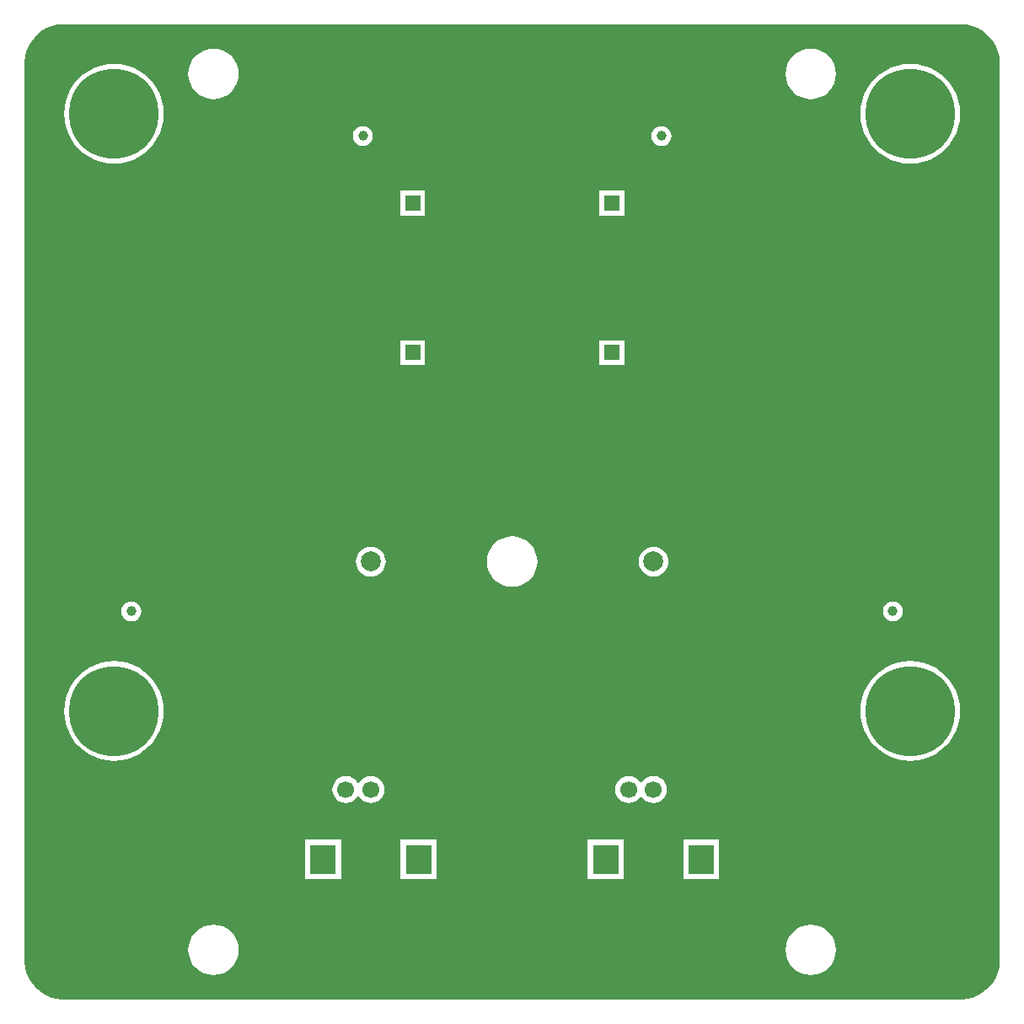
<source format=gbl>
G04 Layer_Physical_Order=2*
G04 Layer_Color=16711680*
%FSLAX44Y44*%
%MOMM*%
G71*
G01*
G75*
%ADD20C,0.6000*%
%ADD23R,1.5000X1.5000*%
%ADD24C,1.0000*%
%ADD25R,2.6000X3.0000*%
%ADD26C,1.7000*%
%ADD27C,9.0000*%
%ADD28C,2.0000*%
%ADD29C,1.5000*%
%ADD30C,1.2000*%
%ADD31C,3.2000*%
%ADD32C,1.2700*%
G36*
X1457820Y1489316D02*
X1462885Y1487959D01*
X1467729Y1485952D01*
X1472271Y1483331D01*
X1476431Y1480139D01*
X1480138Y1476431D01*
X1483330Y1472271D01*
X1485952Y1467730D01*
X1487959Y1462885D01*
X1489316Y1457820D01*
X1490000Y1452622D01*
X1490000Y1450000D01*
X1490000Y550000D01*
X1490000Y550000D01*
X1490000Y547378D01*
X1489315Y542179D01*
X1487958Y537115D01*
X1485952Y532270D01*
X1483330Y527729D01*
X1480138Y523569D01*
X1476430Y519862D01*
X1472270Y516670D01*
X1467729Y514048D01*
X1462885Y512042D01*
X1457820Y510684D01*
X1452622Y510000D01*
X550000D01*
X547378Y510000D01*
X542179Y510684D01*
X537115Y512041D01*
X532270Y514048D01*
X527729Y516670D01*
X523569Y519862D01*
X519862Y523569D01*
X516670Y527729D01*
X514048Y532270D01*
X512041Y537115D01*
X510684Y542180D01*
X510000Y547378D01*
X510000Y550000D01*
Y1450000D01*
X510000Y1452621D01*
X510684Y1457820D01*
X512041Y1462885D01*
X514048Y1467729D01*
X516670Y1472271D01*
X519861Y1476430D01*
X523569Y1480138D01*
X527729Y1483330D01*
X532270Y1485952D01*
X537114Y1487959D01*
X542179Y1489316D01*
X547378Y1490000D01*
X550000Y1490000D01*
X1450000Y1490000D01*
X1450000Y1490000D01*
X1450000Y1490000D01*
X1452621Y1490000D01*
X1457820Y1489316D01*
D02*
G37*
%LPC*%
G36*
X600000Y850107D02*
X593460Y849679D01*
X587031Y848400D01*
X580825Y846293D01*
X574946Y843394D01*
X569497Y839753D01*
X564569Y835431D01*
X560247Y830503D01*
X556606Y825054D01*
X553707Y819175D01*
X551600Y812969D01*
X550321Y806540D01*
X549893Y800000D01*
X550321Y793460D01*
X551600Y787031D01*
X553707Y780825D01*
X556606Y774946D01*
X560247Y769497D01*
X564569Y764569D01*
X569497Y760247D01*
X574946Y756606D01*
X580825Y753707D01*
X587031Y751600D01*
X593460Y750321D01*
X600000Y749893D01*
X606540Y750321D01*
X612969Y751600D01*
X619175Y753707D01*
X625054Y756606D01*
X630503Y760247D01*
X635431Y764569D01*
X639753Y769497D01*
X643394Y774946D01*
X646293Y780825D01*
X648400Y787031D01*
X649679Y793460D01*
X650107Y800000D01*
X649679Y806540D01*
X648400Y812969D01*
X646293Y819175D01*
X643394Y825054D01*
X639753Y830503D01*
X635431Y835431D01*
X630503Y839753D01*
X625054Y843394D01*
X619175Y846293D01*
X612969Y848400D01*
X606540Y849679D01*
X600000Y850107D01*
D02*
G37*
G36*
X1142000Y734617D02*
X1138476Y734153D01*
X1135192Y732793D01*
X1132372Y730629D01*
X1130208Y727809D01*
X1130135Y727633D01*
X1128865D01*
X1128792Y727809D01*
X1126628Y730629D01*
X1123808Y732793D01*
X1120524Y734153D01*
X1117000Y734617D01*
X1113476Y734153D01*
X1110192Y732793D01*
X1107372Y730629D01*
X1105208Y727809D01*
X1103848Y724525D01*
X1103383Y721001D01*
X1103848Y717476D01*
X1105208Y714192D01*
X1107372Y711372D01*
X1110192Y709208D01*
X1113476Y707848D01*
X1117000Y707384D01*
X1120524Y707848D01*
X1123808Y709208D01*
X1126628Y711372D01*
X1128792Y714192D01*
X1128865Y714368D01*
X1130135D01*
X1130208Y714192D01*
X1132372Y711372D01*
X1135192Y709208D01*
X1138476Y707848D01*
X1142000Y707384D01*
X1145524Y707848D01*
X1148808Y709208D01*
X1151628Y711372D01*
X1153792Y714192D01*
X1155153Y717476D01*
X1155617Y721001D01*
X1155153Y724525D01*
X1153792Y727809D01*
X1151628Y730629D01*
X1148808Y732793D01*
X1145524Y734153D01*
X1142000Y734617D01*
D02*
G37*
G36*
X858000D02*
X854476Y734153D01*
X851192Y732793D01*
X848372Y730629D01*
X846208Y727809D01*
X846135Y727633D01*
X844865D01*
X844792Y727809D01*
X842628Y730629D01*
X839808Y732793D01*
X836524Y734153D01*
X833000Y734617D01*
X829476Y734153D01*
X826192Y732793D01*
X823372Y730629D01*
X821208Y727809D01*
X819847Y724525D01*
X819383Y721001D01*
X819847Y717476D01*
X821208Y714192D01*
X823372Y711372D01*
X826192Y709208D01*
X829476Y707848D01*
X833000Y707384D01*
X836524Y707848D01*
X839808Y709208D01*
X842628Y711372D01*
X844792Y714192D01*
X844865Y714368D01*
X846135D01*
X846208Y714192D01*
X848372Y711372D01*
X851192Y709208D01*
X854476Y707848D01*
X858000Y707384D01*
X861524Y707848D01*
X864808Y709208D01*
X867628Y711372D01*
X869792Y714192D01*
X871152Y717476D01*
X871616Y721001D01*
X871152Y724525D01*
X869792Y727809D01*
X867628Y730629D01*
X864808Y732793D01*
X861524Y734153D01*
X858000Y734617D01*
D02*
G37*
G36*
X1382500Y910086D02*
X1379890Y909743D01*
X1377457Y908735D01*
X1375368Y907132D01*
X1373765Y905043D01*
X1372757Y902610D01*
X1372414Y900000D01*
X1372757Y897390D01*
X1373765Y894957D01*
X1375368Y892868D01*
X1377457Y891265D01*
X1379890Y890257D01*
X1382500Y889914D01*
X1385110Y890257D01*
X1387543Y891265D01*
X1389632Y892868D01*
X1391235Y894957D01*
X1392243Y897390D01*
X1392586Y900000D01*
X1392243Y902610D01*
X1391235Y905043D01*
X1389632Y907132D01*
X1387543Y908735D01*
X1385110Y909743D01*
X1382500Y910086D01*
D02*
G37*
G36*
X617500D02*
X614889Y909743D01*
X612457Y908735D01*
X610368Y907132D01*
X608765Y905043D01*
X607757Y902610D01*
X607414Y900000D01*
X607757Y897390D01*
X608765Y894957D01*
X610368Y892868D01*
X612457Y891265D01*
X614889Y890257D01*
X617500Y889914D01*
X620111Y890257D01*
X622543Y891265D01*
X624632Y892868D01*
X626235Y894957D01*
X627243Y897390D01*
X627586Y900000D01*
X627243Y902610D01*
X626235Y905043D01*
X624632Y907132D01*
X622543Y908735D01*
X620111Y909743D01*
X617500Y910086D01*
D02*
G37*
G36*
X1400000Y850107D02*
X1393460Y849679D01*
X1387031Y848400D01*
X1380825Y846293D01*
X1374946Y843394D01*
X1369497Y839753D01*
X1364569Y835431D01*
X1360247Y830503D01*
X1356606Y825054D01*
X1353707Y819175D01*
X1351600Y812969D01*
X1350321Y806540D01*
X1349893Y800000D01*
X1350321Y793460D01*
X1351600Y787031D01*
X1353707Y780825D01*
X1356606Y774946D01*
X1360247Y769497D01*
X1364569Y764569D01*
X1369497Y760247D01*
X1374946Y756606D01*
X1380825Y753707D01*
X1387031Y751600D01*
X1393460Y750321D01*
X1400000Y749893D01*
X1406540Y750321D01*
X1412969Y751600D01*
X1419175Y753707D01*
X1425054Y756606D01*
X1430503Y760247D01*
X1435431Y764569D01*
X1439753Y769497D01*
X1443394Y774946D01*
X1446293Y780825D01*
X1448400Y787031D01*
X1449679Y793460D01*
X1450107Y800000D01*
X1449679Y806540D01*
X1448400Y812969D01*
X1446293Y819175D01*
X1443394Y825054D01*
X1439753Y830503D01*
X1435431Y835431D01*
X1430503Y839753D01*
X1425054Y843394D01*
X1419175Y846293D01*
X1412969Y848400D01*
X1406540Y849679D01*
X1400000Y850107D01*
D02*
G37*
G36*
X828000Y671001D02*
X792000D01*
Y631001D01*
X828000D01*
Y671001D01*
D02*
G37*
G36*
X1300000Y585372D02*
X1295050Y584885D01*
X1290291Y583441D01*
X1285904Y581096D01*
X1282059Y577941D01*
X1278904Y574096D01*
X1276559Y569710D01*
X1275115Y564950D01*
X1274628Y560000D01*
X1275115Y555050D01*
X1276559Y550290D01*
X1278904Y545904D01*
X1282059Y542059D01*
X1285904Y538904D01*
X1290291Y536559D01*
X1295050Y535115D01*
X1300000Y534628D01*
X1304950Y535115D01*
X1309709Y536559D01*
X1314096Y538904D01*
X1317941Y542059D01*
X1321096Y545904D01*
X1323441Y550290D01*
X1324885Y555050D01*
X1325372Y560000D01*
X1324885Y564950D01*
X1323441Y569710D01*
X1321096Y574096D01*
X1317941Y577941D01*
X1314096Y581096D01*
X1309709Y583441D01*
X1304950Y584885D01*
X1300000Y585372D01*
D02*
G37*
G36*
X700000D02*
X695050Y584885D01*
X690291Y583441D01*
X685904Y581096D01*
X682059Y577941D01*
X678904Y574096D01*
X676559Y569710D01*
X675115Y564950D01*
X674628Y560000D01*
X675115Y555050D01*
X676559Y550290D01*
X678904Y545904D01*
X682059Y542059D01*
X685904Y538904D01*
X690291Y536559D01*
X695050Y535115D01*
X700000Y534628D01*
X704950Y535115D01*
X709709Y536559D01*
X714096Y538904D01*
X717941Y542059D01*
X721096Y545904D01*
X723441Y550290D01*
X724885Y555050D01*
X725372Y560000D01*
X724885Y564950D01*
X723441Y569710D01*
X721096Y574096D01*
X717941Y577941D01*
X714096Y581096D01*
X709709Y583441D01*
X704950Y584885D01*
X700000Y585372D01*
D02*
G37*
G36*
X1208000Y671001D02*
X1172000D01*
Y631001D01*
X1208000D01*
Y671001D01*
D02*
G37*
G36*
X1112000D02*
X1076000D01*
Y631001D01*
X1112000D01*
Y671001D01*
D02*
G37*
G36*
X924000D02*
X888000D01*
Y631001D01*
X924000D01*
Y671001D01*
D02*
G37*
G36*
X1000000Y975372D02*
X995050Y974885D01*
X990291Y973441D01*
X985904Y971096D01*
X982059Y967941D01*
X978904Y964096D01*
X976559Y959709D01*
X975115Y954950D01*
X974628Y950000D01*
X975115Y945050D01*
X976559Y940291D01*
X978904Y935904D01*
X982059Y932059D01*
X985904Y928904D01*
X990291Y926559D01*
X995050Y925115D01*
X1000000Y924628D01*
X1004950Y925115D01*
X1009709Y926559D01*
X1014096Y928904D01*
X1017941Y932059D01*
X1021096Y935904D01*
X1023441Y940291D01*
X1024885Y945050D01*
X1025372Y950000D01*
X1024885Y954950D01*
X1023441Y959709D01*
X1021096Y964096D01*
X1017941Y967941D01*
X1014096Y971096D01*
X1009709Y973441D01*
X1004950Y974885D01*
X1000000Y975372D01*
D02*
G37*
G36*
X850000Y1387586D02*
X847390Y1387243D01*
X844957Y1386235D01*
X842868Y1384632D01*
X841265Y1382543D01*
X840257Y1380110D01*
X839914Y1377500D01*
X840257Y1374890D01*
X841265Y1372457D01*
X842868Y1370368D01*
X844957Y1368765D01*
X847390Y1367757D01*
X850000Y1367414D01*
X852610Y1367757D01*
X855043Y1368765D01*
X857132Y1370368D01*
X858735Y1372457D01*
X859743Y1374890D01*
X860086Y1377500D01*
X859743Y1380110D01*
X858735Y1382543D01*
X857132Y1384632D01*
X855043Y1386235D01*
X852610Y1387243D01*
X850000Y1387586D01*
D02*
G37*
G36*
X1400000Y1450107D02*
X1393460Y1449679D01*
X1387031Y1448400D01*
X1380825Y1446293D01*
X1374946Y1443394D01*
X1369497Y1439753D01*
X1364569Y1435431D01*
X1360247Y1430503D01*
X1356606Y1425054D01*
X1353707Y1419175D01*
X1351600Y1412969D01*
X1350321Y1406540D01*
X1349893Y1400000D01*
X1350321Y1393460D01*
X1351600Y1387031D01*
X1353707Y1380825D01*
X1356606Y1374946D01*
X1360247Y1369497D01*
X1364569Y1364569D01*
X1369497Y1360247D01*
X1374946Y1356606D01*
X1380825Y1353707D01*
X1387031Y1351600D01*
X1393460Y1350321D01*
X1400000Y1349893D01*
X1406540Y1350321D01*
X1412969Y1351600D01*
X1419175Y1353707D01*
X1425054Y1356606D01*
X1430503Y1360247D01*
X1435431Y1364569D01*
X1439753Y1369497D01*
X1443394Y1374946D01*
X1446293Y1380825D01*
X1448400Y1387031D01*
X1449679Y1393460D01*
X1450107Y1400000D01*
X1449679Y1406540D01*
X1448400Y1412969D01*
X1446293Y1419175D01*
X1443394Y1425054D01*
X1439753Y1430503D01*
X1435431Y1435431D01*
X1430503Y1439753D01*
X1425054Y1443394D01*
X1419175Y1446293D01*
X1412969Y1448400D01*
X1406540Y1449679D01*
X1400000Y1450107D01*
D02*
G37*
G36*
X600000D02*
X593460Y1449679D01*
X587031Y1448400D01*
X580825Y1446293D01*
X574946Y1443394D01*
X569497Y1439753D01*
X564569Y1435431D01*
X560247Y1430503D01*
X556606Y1425054D01*
X553707Y1419175D01*
X551600Y1412969D01*
X550321Y1406540D01*
X549893Y1400000D01*
X550321Y1393460D01*
X551600Y1387031D01*
X553707Y1380825D01*
X556606Y1374946D01*
X560247Y1369497D01*
X564569Y1364569D01*
X569497Y1360247D01*
X574946Y1356606D01*
X580825Y1353707D01*
X587031Y1351600D01*
X593460Y1350321D01*
X600000Y1349893D01*
X606540Y1350321D01*
X612969Y1351600D01*
X619175Y1353707D01*
X625054Y1356606D01*
X630503Y1360247D01*
X635431Y1364569D01*
X639753Y1369497D01*
X643394Y1374946D01*
X646293Y1380825D01*
X648400Y1387031D01*
X649679Y1393460D01*
X650107Y1400000D01*
X649679Y1406540D01*
X648400Y1412969D01*
X646293Y1419175D01*
X643394Y1425054D01*
X639753Y1430503D01*
X635431Y1435431D01*
X630503Y1439753D01*
X625054Y1443394D01*
X619175Y1446293D01*
X612969Y1448400D01*
X606540Y1449679D01*
X600000Y1450107D01*
D02*
G37*
G36*
X1300000Y1465372D02*
X1295050Y1464885D01*
X1290291Y1463441D01*
X1285904Y1461096D01*
X1282059Y1457941D01*
X1278904Y1454096D01*
X1276559Y1449709D01*
X1275115Y1444950D01*
X1274628Y1440000D01*
X1275115Y1435050D01*
X1276559Y1430291D01*
X1278904Y1425904D01*
X1282059Y1422059D01*
X1285904Y1418904D01*
X1290291Y1416559D01*
X1295050Y1415115D01*
X1300000Y1414628D01*
X1304950Y1415115D01*
X1309709Y1416559D01*
X1314096Y1418904D01*
X1317941Y1422059D01*
X1321096Y1425904D01*
X1323441Y1430291D01*
X1324885Y1435050D01*
X1325372Y1440000D01*
X1324885Y1444950D01*
X1323441Y1449709D01*
X1321096Y1454096D01*
X1317941Y1457941D01*
X1314096Y1461096D01*
X1309709Y1463441D01*
X1304950Y1464885D01*
X1300000Y1465372D01*
D02*
G37*
G36*
X700000D02*
X695050Y1464885D01*
X690291Y1463441D01*
X685904Y1461096D01*
X682059Y1457941D01*
X678904Y1454096D01*
X676559Y1449709D01*
X675115Y1444950D01*
X674628Y1440000D01*
X675115Y1435050D01*
X676559Y1430291D01*
X678904Y1425904D01*
X682059Y1422059D01*
X685904Y1418904D01*
X690291Y1416559D01*
X695050Y1415115D01*
X700000Y1414628D01*
X704950Y1415115D01*
X709709Y1416559D01*
X714096Y1418904D01*
X717941Y1422059D01*
X721096Y1425904D01*
X723441Y1430291D01*
X724885Y1435050D01*
X725372Y1440000D01*
X724885Y1444950D01*
X723441Y1449709D01*
X721096Y1454096D01*
X717941Y1457941D01*
X714096Y1461096D01*
X709709Y1463441D01*
X704950Y1464885D01*
X700000Y1465372D01*
D02*
G37*
G36*
X1150000Y1387586D02*
X1147390Y1387243D01*
X1144957Y1386235D01*
X1142868Y1384632D01*
X1141265Y1382543D01*
X1140257Y1380110D01*
X1139914Y1377500D01*
X1140257Y1374890D01*
X1141265Y1372457D01*
X1142868Y1370368D01*
X1144957Y1368765D01*
X1147390Y1367757D01*
X1150000Y1367414D01*
X1152610Y1367757D01*
X1155043Y1368765D01*
X1157132Y1370368D01*
X1158735Y1372457D01*
X1159743Y1374890D01*
X1160086Y1377500D01*
X1159743Y1380110D01*
X1158735Y1382543D01*
X1157132Y1384632D01*
X1155043Y1386235D01*
X1152610Y1387243D01*
X1150000Y1387586D01*
D02*
G37*
G36*
X912500Y1172500D02*
X887500D01*
Y1147500D01*
X912500D01*
Y1172500D01*
D02*
G37*
G36*
X1142000Y965072D02*
X1139060Y964783D01*
X1136232Y963925D01*
X1133626Y962532D01*
X1131342Y960658D01*
X1129468Y958374D01*
X1128075Y955768D01*
X1127217Y952941D01*
X1126927Y950000D01*
X1127217Y947059D01*
X1128075Y944232D01*
X1129468Y941626D01*
X1131342Y939342D01*
X1133626Y937468D01*
X1136232Y936075D01*
X1139060Y935217D01*
X1142000Y934927D01*
X1144940Y935217D01*
X1147768Y936075D01*
X1150374Y937468D01*
X1152658Y939342D01*
X1154532Y941626D01*
X1155925Y944232D01*
X1156783Y947059D01*
X1157073Y950000D01*
X1156783Y952941D01*
X1155925Y955768D01*
X1154532Y958374D01*
X1152658Y960658D01*
X1150374Y962532D01*
X1147768Y963925D01*
X1144940Y964783D01*
X1142000Y965072D01*
D02*
G37*
G36*
X858000D02*
X855060Y964783D01*
X852232Y963925D01*
X849626Y962532D01*
X847342Y960658D01*
X845468Y958374D01*
X844075Y955768D01*
X843217Y952941D01*
X842927Y950000D01*
X843217Y947059D01*
X844075Y944232D01*
X845468Y941626D01*
X847342Y939342D01*
X849626Y937468D01*
X852232Y936075D01*
X855060Y935217D01*
X858000Y934927D01*
X860940Y935217D01*
X863768Y936075D01*
X866374Y937468D01*
X868658Y939342D01*
X870532Y941626D01*
X871925Y944232D01*
X872783Y947059D01*
X873073Y950000D01*
X872783Y952941D01*
X871925Y955768D01*
X870532Y958374D01*
X868658Y960658D01*
X866374Y962532D01*
X863768Y963925D01*
X860940Y964783D01*
X858000Y965072D01*
D02*
G37*
G36*
X1112500Y1322500D02*
X1087500D01*
Y1297500D01*
X1112500D01*
Y1322500D01*
D02*
G37*
G36*
X912500D02*
X887500D01*
Y1297500D01*
X912500D01*
Y1322500D01*
D02*
G37*
G36*
X1112500Y1172500D02*
X1087500D01*
Y1147500D01*
X1112500D01*
Y1172500D01*
D02*
G37*
%LPD*%
D20*
X1149499Y768500D02*
X1153000D01*
X1147999Y769999D02*
X1149499Y768500D01*
D23*
X900000Y1310000D02*
D03*
X1100000D02*
D03*
X900000Y1160000D02*
D03*
X1100000D02*
D03*
D24*
X850000Y1377500D02*
D03*
Y1402500D02*
D03*
X617500Y900000D02*
D03*
X642500D02*
D03*
X1382500D02*
D03*
X1357500D02*
D03*
X1150000Y1377500D02*
D03*
Y1402500D02*
D03*
D25*
X906000Y651001D02*
D03*
X810000D02*
D03*
X1190000D02*
D03*
X1094000D02*
D03*
D26*
X858000Y721001D02*
D03*
X833000D02*
D03*
X883000D02*
D03*
X1142000D02*
D03*
X1117000D02*
D03*
X1167000D02*
D03*
D27*
X1000000Y1400000D02*
D03*
X600000Y800000D02*
D03*
X1400000D02*
D03*
Y1400000D02*
D03*
X600000D02*
D03*
D28*
X1173250Y981250D02*
D03*
Y918750D02*
D03*
X1110750Y981250D02*
D03*
Y918750D02*
D03*
X1142000Y950000D02*
D03*
X858000D02*
D03*
X826750Y918750D02*
D03*
Y981250D02*
D03*
X889250Y918750D02*
D03*
Y981250D02*
D03*
D29*
X1000000Y1235200D02*
D03*
Y1260600D02*
D03*
D30*
X1024000Y1424000D02*
D03*
Y1376000D02*
D03*
X976000D02*
D03*
Y1424000D02*
D03*
X1035000Y1400000D02*
D03*
X1000000Y1365000D02*
D03*
X965000Y1400000D02*
D03*
X1000000Y1435000D02*
D03*
X600000Y835000D02*
D03*
X565000Y800000D02*
D03*
X600000Y765000D02*
D03*
X635000Y800000D02*
D03*
X576000Y824000D02*
D03*
Y776000D02*
D03*
X624000D02*
D03*
Y824000D02*
D03*
X1400000Y835000D02*
D03*
X1365000Y800000D02*
D03*
X1400000Y765000D02*
D03*
X1435000Y800000D02*
D03*
X1376000Y824000D02*
D03*
Y776000D02*
D03*
X1424000D02*
D03*
Y824000D02*
D03*
X1400000Y1435000D02*
D03*
X1365000Y1400000D02*
D03*
X1400000Y1365000D02*
D03*
X1435000Y1400000D02*
D03*
X1376000Y1424000D02*
D03*
Y1376000D02*
D03*
X1424000D02*
D03*
Y1424000D02*
D03*
X600000Y1435000D02*
D03*
X565000Y1400000D02*
D03*
X600000Y1365000D02*
D03*
X635000Y1400000D02*
D03*
X576000Y1424000D02*
D03*
Y1376000D02*
D03*
X624000D02*
D03*
Y1424000D02*
D03*
D31*
X1000000Y1400000D02*
D03*
X600000Y800000D02*
D03*
X1400000D02*
D03*
Y1400000D02*
D03*
X600000D02*
D03*
D32*
X1222000Y1406000D02*
D03*
X731050Y1020000D02*
D03*
X754000Y1128000D02*
D03*
X774000Y798000D02*
D03*
X744000D02*
D03*
X891500Y812000D02*
D03*
X790000Y1128000D02*
D03*
X1274000Y1132000D02*
D03*
X1370000Y1150000D02*
D03*
X1188000Y1406000D02*
D03*
X794000D02*
D03*
X761000D02*
D03*
X744000Y816000D02*
D03*
X774000D02*
D03*
X744000Y834000D02*
D03*
X774000D02*
D03*
X1258000Y832000D02*
D03*
X1228000D02*
D03*
X1258000Y814000D02*
D03*
X1228000D02*
D03*
Y796000D02*
D03*
X1258000D02*
D03*
X870000Y770000D02*
D03*
X731050Y1038950D02*
D03*
X772000Y1115000D02*
D03*
X1183000Y836000D02*
D03*
X1201000D02*
D03*
Y818000D02*
D03*
X1183000D02*
D03*
X891500Y826000D02*
D03*
X1153000Y768500D02*
D03*
X1305500Y770500D02*
D03*
M02*

</source>
